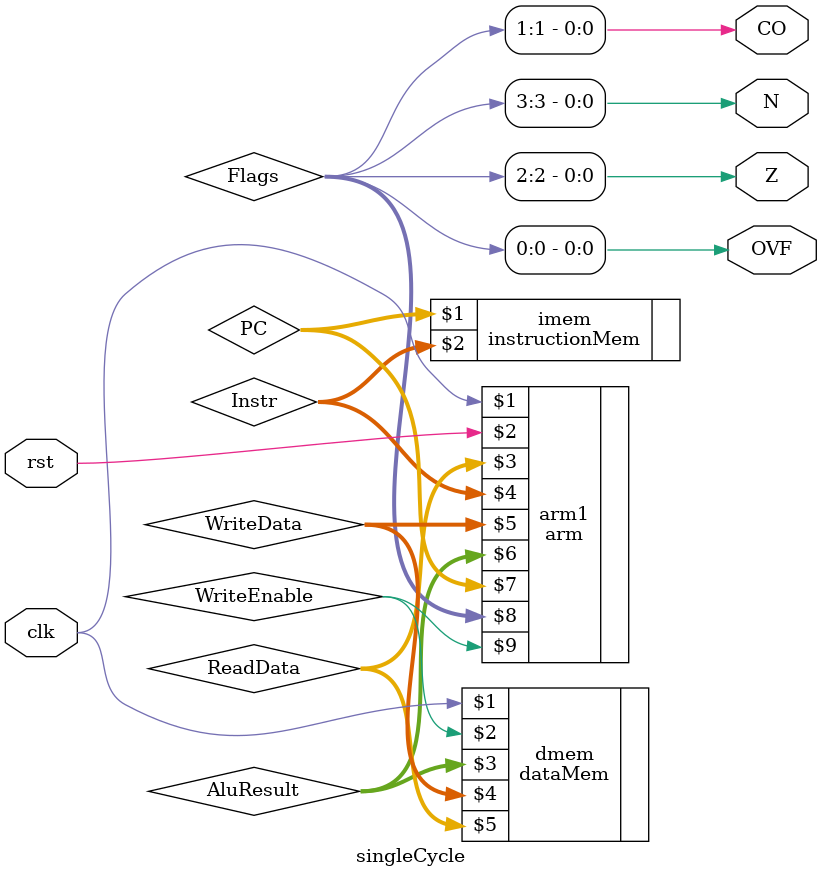
<source format=v>
module singleCycle
	( input wire clk, rst,
	  output wire CO, OVF, Z, N);
	  
	  wire [3:0] Flags;
	  
	  assign N 		= Flags[3];
	  assign Z 		= Flags[2];
	  assign CO 	= Flags[1];
	  assign OVF 	= Flags[0];
	  
	  wire [31:0] ReadData, Instr;
	  wire [31:0] WriteData, AluResult, PC;
	  wire WriteEnable;
	  
	  
	  arm arm1( clk, rst,
					ReadData, Instr,
					WriteData, AluResult, PC,
					Flags,
					WriteEnable);
		
	  instructionMem imem( PC, Instr);
							 
	  dataMem dmem( clk, WriteEnable,
						 AluResult, WriteData,
						 ReadData);
				  
	  
	  
endmodule 
</source>
